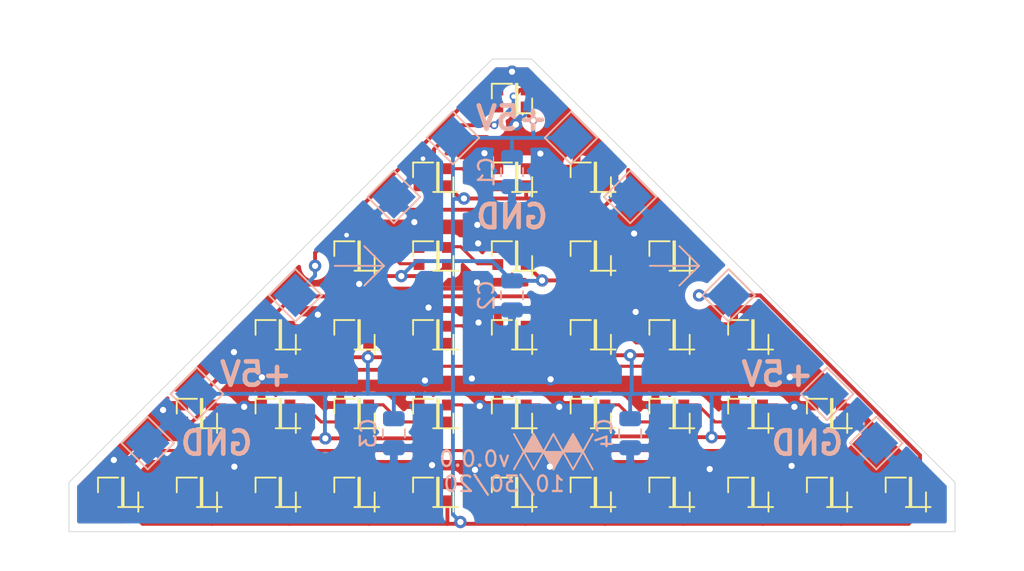
<source format=kicad_pcb>
(kicad_pcb (version 20171130) (host pcbnew "(5.1.6)-1")
  (layers (0 F.Cu signal) (31 B.Cu signal) (34 B.Paste user) (35 F.Paste user) (36 B.SilkS user) (37 F.SilkS user) (38 B.Mask user) (39 F.Mask user) (44 Edge.Cuts user))
  (net 0 "")
  (net 1 +5V)
  (net 2 GND)
  (net 3 DIN)
  (net 4 DOUT)
  (net 5 "Net-(D1-Pad2)")
  (net 6 "Net-(D2-Pad2)")
  (net 7 "Net-(D3-Pad2)")
  (net 8 "Net-(D4-Pad2)")
  (net 9 "Net-(D5-Pad2)")
  (net 10 "Net-(D6-Pad2)")
  (net 11 "Net-(D7-Pad2)")
  (net 12 "Net-(D8-Pad2)")
  (net 13 "Net-(D10-Pad4)")
  (net 14 "Net-(D10-Pad2)")
  (net 15 "Net-(D11-Pad2)")
  (net 16 "Net-(D12-Pad2)")
  (net 17 "Net-(D13-Pad2)")
  (net 18 "Net-(D14-Pad2)")
  (net 19 "Net-(D15-Pad2)")
  (net 20 "Net-(D16-Pad2)")
  (net 21 "Net-(D17-Pad2)")
  (net 22 "Net-(D18-Pad2)")
  (net 23 "Net-(D19-Pad2)")
  (net 24 "Net-(D20-Pad2)")
  (net 25 "Net-(D21-Pad2)")
  (net 26 "Net-(D22-Pad2)")
  (net 27 "Net-(D23-Pad2)")
  (net 28 "Net-(D24-Pad2)")
  (net 29 "Net-(D25-Pad2)")
  (net 30 "Net-(D26-Pad2)")
  (net 31 "Net-(D27-Pad2)")
  (net 32 "Net-(D28-Pad2)")
  (net 33 "Net-(D29-Pad2)")
  (net 34 "Net-(D30-Pad2)")
  (net 35 "Net-(D31-Pad2)")
  (net 36 "Net-(D32-Pad2)")
  (net 37 "Net-(D33-Pad2)")
  (net 38 "Net-(D34-Pad2)")
  (net 39 "Net-(D35-Pad2)")
  (module Symbol:Logo_WM (layer B.Cu) (at 122.047 76.1238)
    (fp_text reference REF** hide)
    (fp_text value Logo_WM)
  )
  (module LED_SMD:LED_WS2812_2020_2.0x2.0mm (layer F.Cu) (at 144.78 78.74)
    (fp_text reference D36 hide)
    (fp_text value WS2812B)
    (pad 2 smd rect (at 0.915 -0.55) (size 0.7 0.7) (layers F.Cu F.Paste F.Mask) (net 4 DOUT))
    (pad 3 smd rect (at -0.915 -0.55) (size 0.7 0.7) (layers F.Cu F.Paste F.Mask) (net 2 GND))
    (pad 4 smd rect (at -0.915 0.55) (size 0.7 0.7) (layers F.Cu F.Paste F.Mask) (net 39 "Net-(D35-Pad2)"))
    (pad 1 smd rect (at 0.915 0.55) (size 0.7 0.7) (layers F.Cu F.Paste F.Mask) (net 1 +5V))
  )
  (module LED_SMD:LED_WS2812_2020_2.0x2.0mm (layer F.Cu) (at 139.7 78.74)
    (fp_text reference D35 hide)
    (fp_text value WS2812B)
    (pad 2 smd rect (at 0.915 -0.55) (size 0.7 0.7) (layers F.Cu F.Paste F.Mask) (net 39 "Net-(D35-Pad2)"))
    (pad 3 smd rect (at -0.915 -0.55) (size 0.7 0.7) (layers F.Cu F.Paste F.Mask) (net 2 GND))
    (pad 4 smd rect (at -0.915 0.55) (size 0.7 0.7) (layers F.Cu F.Paste F.Mask) (net 38 "Net-(D34-Pad2)"))
    (pad 1 smd rect (at 0.915 0.55) (size 0.7 0.7) (layers F.Cu F.Paste F.Mask) (net 1 +5V))
  )
  (module LED_SMD:LED_WS2812_2020_2.0x2.0mm (layer F.Cu) (at 134.62 78.74)
    (fp_text reference D34 hide)
    (fp_text value WS2812B)
    (pad 2 smd rect (at 0.915 -0.55) (size 0.7 0.7) (layers F.Cu F.Paste F.Mask) (net 38 "Net-(D34-Pad2)"))
    (pad 3 smd rect (at -0.915 -0.55) (size 0.7 0.7) (layers F.Cu F.Paste F.Mask) (net 2 GND))
    (pad 4 smd rect (at -0.915 0.55) (size 0.7 0.7) (layers F.Cu F.Paste F.Mask) (net 37 "Net-(D33-Pad2)"))
    (pad 1 smd rect (at 0.915 0.55) (size 0.7 0.7) (layers F.Cu F.Paste F.Mask) (net 1 +5V))
  )
  (module LED_SMD:LED_WS2812_2020_2.0x2.0mm (layer F.Cu) (at 129.54 78.74)
    (fp_text reference D33 hide)
    (fp_text value WS2812B)
    (pad 2 smd rect (at 0.915 -0.55) (size 0.7 0.7) (layers F.Cu F.Paste F.Mask) (net 37 "Net-(D33-Pad2)"))
    (pad 3 smd rect (at -0.915 -0.55) (size 0.7 0.7) (layers F.Cu F.Paste F.Mask) (net 2 GND))
    (pad 4 smd rect (at -0.915 0.55) (size 0.7 0.7) (layers F.Cu F.Paste F.Mask) (net 36 "Net-(D32-Pad2)"))
    (pad 1 smd rect (at 0.915 0.55) (size 0.7 0.7) (layers F.Cu F.Paste F.Mask) (net 1 +5V))
  )
  (module LED_SMD:LED_WS2812_2020_2.0x2.0mm (layer F.Cu) (at 124.46 78.74)
    (fp_text reference D32 hide)
    (fp_text value WS2812B)
    (pad 2 smd rect (at 0.915 -0.55) (size 0.7 0.7) (layers F.Cu F.Paste F.Mask) (net 36 "Net-(D32-Pad2)"))
    (pad 3 smd rect (at -0.915 -0.55) (size 0.7 0.7) (layers F.Cu F.Paste F.Mask) (net 2 GND))
    (pad 4 smd rect (at -0.915 0.55) (size 0.7 0.7) (layers F.Cu F.Paste F.Mask) (net 35 "Net-(D31-Pad2)"))
    (pad 1 smd rect (at 0.915 0.55) (size 0.7 0.7) (layers F.Cu F.Paste F.Mask) (net 1 +5V))
  )
  (module LED_SMD:LED_WS2812_2020_2.0x2.0mm (layer F.Cu) (at 119.38 78.74)
    (fp_text reference D31 hide)
    (fp_text value WS2812B)
    (pad 2 smd rect (at 0.915 -0.55) (size 0.7 0.7) (layers F.Cu F.Paste F.Mask) (net 35 "Net-(D31-Pad2)"))
    (pad 3 smd rect (at -0.915 -0.55) (size 0.7 0.7) (layers F.Cu F.Paste F.Mask) (net 2 GND))
    (pad 4 smd rect (at -0.915 0.55) (size 0.7 0.7) (layers F.Cu F.Paste F.Mask) (net 34 "Net-(D30-Pad2)"))
    (pad 1 smd rect (at 0.915 0.55) (size 0.7 0.7) (layers F.Cu F.Paste F.Mask) (net 1 +5V))
  )
  (module LED_SMD:LED_WS2812_2020_2.0x2.0mm (layer F.Cu) (at 114.3 78.74)
    (fp_text reference D30 hide)
    (fp_text value WS2812B)
    (pad 2 smd rect (at 0.915 -0.55) (size 0.7 0.7) (layers F.Cu F.Paste F.Mask) (net 34 "Net-(D30-Pad2)"))
    (pad 3 smd rect (at -0.915 -0.55) (size 0.7 0.7) (layers F.Cu F.Paste F.Mask) (net 2 GND))
    (pad 4 smd rect (at -0.915 0.55) (size 0.7 0.7) (layers F.Cu F.Paste F.Mask) (net 33 "Net-(D29-Pad2)"))
    (pad 1 smd rect (at 0.915 0.55) (size 0.7 0.7) (layers F.Cu F.Paste F.Mask) (net 1 +5V))
  )
  (module LED_SMD:LED_WS2812_2020_2.0x2.0mm (layer F.Cu) (at 109.22 78.74)
    (fp_text reference D29 hide)
    (fp_text value WS2812B)
    (pad 2 smd rect (at 0.915 -0.55) (size 0.7 0.7) (layers F.Cu F.Paste F.Mask) (net 33 "Net-(D29-Pad2)"))
    (pad 3 smd rect (at -0.915 -0.55) (size 0.7 0.7) (layers F.Cu F.Paste F.Mask) (net 2 GND))
    (pad 4 smd rect (at -0.915 0.55) (size 0.7 0.7) (layers F.Cu F.Paste F.Mask) (net 32 "Net-(D28-Pad2)"))
    (pad 1 smd rect (at 0.915 0.55) (size 0.7 0.7) (layers F.Cu F.Paste F.Mask) (net 1 +5V))
  )
  (module LED_SMD:LED_WS2812_2020_2.0x2.0mm (layer F.Cu) (at 104.14 78.74)
    (fp_text reference D28 hide)
    (fp_text value WS2812B)
    (pad 2 smd rect (at 0.915 -0.55) (size 0.7 0.7) (layers F.Cu F.Paste F.Mask) (net 32 "Net-(D28-Pad2)"))
    (pad 3 smd rect (at -0.915 -0.55) (size 0.7 0.7) (layers F.Cu F.Paste F.Mask) (net 2 GND))
    (pad 4 smd rect (at -0.915 0.55) (size 0.7 0.7) (layers F.Cu F.Paste F.Mask) (net 31 "Net-(D27-Pad2)"))
    (pad 1 smd rect (at 0.915 0.55) (size 0.7 0.7) (layers F.Cu F.Paste F.Mask) (net 1 +5V))
  )
  (module LED_SMD:LED_WS2812_2020_2.0x2.0mm (layer F.Cu) (at 99.06 78.74)
    (fp_text reference D27 hide)
    (fp_text value WS2812B)
    (pad 2 smd rect (at 0.915 -0.55) (size 0.7 0.7) (layers F.Cu F.Paste F.Mask) (net 31 "Net-(D27-Pad2)"))
    (pad 3 smd rect (at -0.915 -0.55) (size 0.7 0.7) (layers F.Cu F.Paste F.Mask) (net 2 GND))
    (pad 4 smd rect (at -0.915 0.55) (size 0.7 0.7) (layers F.Cu F.Paste F.Mask) (net 30 "Net-(D26-Pad2)"))
    (pad 1 smd rect (at 0.915 0.55) (size 0.7 0.7) (layers F.Cu F.Paste F.Mask) (net 1 +5V))
  )
  (module LED_SMD:LED_WS2812_2020_2.0x2.0mm (layer F.Cu) (at 93.98 78.74)
    (fp_text reference D26 hide)
    (fp_text value WS2812B)
    (pad 2 smd rect (at 0.915 -0.55) (size 0.7 0.7) (layers F.Cu F.Paste F.Mask) (net 30 "Net-(D26-Pad2)"))
    (pad 3 smd rect (at -0.915 -0.55) (size 0.7 0.7) (layers F.Cu F.Paste F.Mask) (net 2 GND))
    (pad 4 smd rect (at -0.915 0.55) (size 0.7 0.7) (layers F.Cu F.Paste F.Mask) (net 29 "Net-(D25-Pad2)"))
    (pad 1 smd rect (at 0.915 0.55) (size 0.7 0.7) (layers F.Cu F.Paste F.Mask) (net 1 +5V))
  )
  (module LED_SMD:LED_WS2812_2020_2.0x2.0mm (layer F.Cu) (at 139.7 73.66)
    (fp_text reference D25 hide)
    (fp_text value WS2812B)
    (pad 2 smd rect (at 0.915 -0.55) (size 0.7 0.7) (layers F.Cu F.Paste F.Mask) (net 29 "Net-(D25-Pad2)"))
    (pad 3 smd rect (at -0.915 -0.55) (size 0.7 0.7) (layers F.Cu F.Paste F.Mask) (net 2 GND))
    (pad 4 smd rect (at -0.915 0.55) (size 0.7 0.7) (layers F.Cu F.Paste F.Mask) (net 28 "Net-(D24-Pad2)"))
    (pad 1 smd rect (at 0.915 0.55) (size 0.7 0.7) (layers F.Cu F.Paste F.Mask) (net 1 +5V))
  )
  (module LED_SMD:LED_WS2812_2020_2.0x2.0mm (layer F.Cu) (at 134.62 73.66)
    (fp_text reference D24 hide)
    (fp_text value WS2812B)
    (pad 2 smd rect (at 0.915 -0.55) (size 0.7 0.7) (layers F.Cu F.Paste F.Mask) (net 28 "Net-(D24-Pad2)"))
    (pad 3 smd rect (at -0.915 -0.55) (size 0.7 0.7) (layers F.Cu F.Paste F.Mask) (net 2 GND))
    (pad 4 smd rect (at -0.915 0.55) (size 0.7 0.7) (layers F.Cu F.Paste F.Mask) (net 27 "Net-(D23-Pad2)"))
    (pad 1 smd rect (at 0.915 0.55) (size 0.7 0.7) (layers F.Cu F.Paste F.Mask) (net 1 +5V))
  )
  (module LED_SMD:LED_WS2812_2020_2.0x2.0mm (layer F.Cu) (at 129.54 73.66)
    (fp_text reference D23 hide)
    (fp_text value WS2812B)
    (pad 2 smd rect (at 0.915 -0.55) (size 0.7 0.7) (layers F.Cu F.Paste F.Mask) (net 27 "Net-(D23-Pad2)"))
    (pad 3 smd rect (at -0.915 -0.55) (size 0.7 0.7) (layers F.Cu F.Paste F.Mask) (net 2 GND))
    (pad 4 smd rect (at -0.915 0.55) (size 0.7 0.7) (layers F.Cu F.Paste F.Mask) (net 26 "Net-(D22-Pad2)"))
    (pad 1 smd rect (at 0.915 0.55) (size 0.7 0.7) (layers F.Cu F.Paste F.Mask) (net 1 +5V))
  )
  (module LED_SMD:LED_WS2812_2020_2.0x2.0mm (layer F.Cu) (at 124.46 73.66)
    (fp_text reference D22 hide)
    (fp_text value WS2812B)
    (pad 2 smd rect (at 0.915 -0.55) (size 0.7 0.7) (layers F.Cu F.Paste F.Mask) (net 26 "Net-(D22-Pad2)"))
    (pad 3 smd rect (at -0.915 -0.55) (size 0.7 0.7) (layers F.Cu F.Paste F.Mask) (net 2 GND))
    (pad 4 smd rect (at -0.915 0.55) (size 0.7 0.7) (layers F.Cu F.Paste F.Mask) (net 25 "Net-(D21-Pad2)"))
    (pad 1 smd rect (at 0.915 0.55) (size 0.7 0.7) (layers F.Cu F.Paste F.Mask) (net 1 +5V))
  )
  (module LED_SMD:LED_WS2812_2020_2.0x2.0mm (layer F.Cu) (at 119.38 73.66)
    (fp_text reference D21 hide)
    (fp_text value WS2812B)
    (pad 2 smd rect (at 0.915 -0.55) (size 0.7 0.7) (layers F.Cu F.Paste F.Mask) (net 25 "Net-(D21-Pad2)"))
    (pad 3 smd rect (at -0.915 -0.55) (size 0.7 0.7) (layers F.Cu F.Paste F.Mask) (net 2 GND))
    (pad 4 smd rect (at -0.915 0.55) (size 0.7 0.7) (layers F.Cu F.Paste F.Mask) (net 24 "Net-(D20-Pad2)"))
    (pad 1 smd rect (at 0.915 0.55) (size 0.7 0.7) (layers F.Cu F.Paste F.Mask) (net 1 +5V))
  )
  (module LED_SMD:LED_WS2812_2020_2.0x2.0mm (layer F.Cu) (at 114.3 73.66)
    (fp_text reference D20 hide)
    (fp_text value WS2812B)
    (pad 2 smd rect (at 0.915 -0.55) (size 0.7 0.7) (layers F.Cu F.Paste F.Mask) (net 24 "Net-(D20-Pad2)"))
    (pad 3 smd rect (at -0.915 -0.55) (size 0.7 0.7) (layers F.Cu F.Paste F.Mask) (net 2 GND))
    (pad 4 smd rect (at -0.915 0.55) (size 0.7 0.7) (layers F.Cu F.Paste F.Mask) (net 23 "Net-(D19-Pad2)"))
    (pad 1 smd rect (at 0.915 0.55) (size 0.7 0.7) (layers F.Cu F.Paste F.Mask) (net 1 +5V))
  )
  (module LED_SMD:LED_WS2812_2020_2.0x2.0mm (layer F.Cu) (at 109.22 73.66)
    (fp_text reference D19 hide)
    (fp_text value WS2812B)
    (pad 2 smd rect (at 0.915 -0.55) (size 0.7 0.7) (layers F.Cu F.Paste F.Mask) (net 23 "Net-(D19-Pad2)"))
    (pad 3 smd rect (at -0.915 -0.55) (size 0.7 0.7) (layers F.Cu F.Paste F.Mask) (net 2 GND))
    (pad 4 smd rect (at -0.915 0.55) (size 0.7 0.7) (layers F.Cu F.Paste F.Mask) (net 22 "Net-(D18-Pad2)"))
    (pad 1 smd rect (at 0.915 0.55) (size 0.7 0.7) (layers F.Cu F.Paste F.Mask) (net 1 +5V))
  )
  (module LED_SMD:LED_WS2812_2020_2.0x2.0mm (layer F.Cu) (at 104.14 73.66)
    (fp_text reference D18 hide)
    (fp_text value WS2812B)
    (pad 2 smd rect (at 0.915 -0.55) (size 0.7 0.7) (layers F.Cu F.Paste F.Mask) (net 22 "Net-(D18-Pad2)"))
    (pad 3 smd rect (at -0.915 -0.55) (size 0.7 0.7) (layers F.Cu F.Paste F.Mask) (net 2 GND))
    (pad 4 smd rect (at -0.915 0.55) (size 0.7 0.7) (layers F.Cu F.Paste F.Mask) (net 21 "Net-(D17-Pad2)"))
    (pad 1 smd rect (at 0.915 0.55) (size 0.7 0.7) (layers F.Cu F.Paste F.Mask) (net 1 +5V))
  )
  (module LED_SMD:LED_WS2812_2020_2.0x2.0mm (layer F.Cu) (at 99.06 73.66)
    (fp_text reference D17 hide)
    (fp_text value WS2812B)
    (pad 2 smd rect (at 0.915 -0.55) (size 0.7 0.7) (layers F.Cu F.Paste F.Mask) (net 21 "Net-(D17-Pad2)"))
    (pad 3 smd rect (at -0.915 -0.55) (size 0.7 0.7) (layers F.Cu F.Paste F.Mask) (net 2 GND))
    (pad 4 smd rect (at -0.915 0.55) (size 0.7 0.7) (layers F.Cu F.Paste F.Mask) (net 20 "Net-(D16-Pad2)"))
    (pad 1 smd rect (at 0.915 0.55) (size 0.7 0.7) (layers F.Cu F.Paste F.Mask) (net 1 +5V))
  )
  (module LED_SMD:LED_WS2812_2020_2.0x2.0mm (layer F.Cu) (at 134.62 68.58)
    (fp_text reference D16 hide)
    (fp_text value WS2812B)
    (pad 2 smd rect (at 0.915 -0.55) (size 0.7 0.7) (layers F.Cu F.Paste F.Mask) (net 20 "Net-(D16-Pad2)"))
    (pad 3 smd rect (at -0.915 -0.55) (size 0.7 0.7) (layers F.Cu F.Paste F.Mask) (net 2 GND))
    (pad 4 smd rect (at -0.915 0.55) (size 0.7 0.7) (layers F.Cu F.Paste F.Mask) (net 19 "Net-(D15-Pad2)"))
    (pad 1 smd rect (at 0.915 0.55) (size 0.7 0.7) (layers F.Cu F.Paste F.Mask) (net 1 +5V))
  )
  (module LED_SMD:LED_WS2812_2020_2.0x2.0mm (layer F.Cu) (at 129.54 68.58)
    (fp_text reference D15 hide)
    (fp_text value WS2812B)
    (pad 2 smd rect (at 0.915 -0.55) (size 0.7 0.7) (layers F.Cu F.Paste F.Mask) (net 19 "Net-(D15-Pad2)"))
    (pad 3 smd rect (at -0.915 -0.55) (size 0.7 0.7) (layers F.Cu F.Paste F.Mask) (net 2 GND))
    (pad 4 smd rect (at -0.915 0.55) (size 0.7 0.7) (layers F.Cu F.Paste F.Mask) (net 18 "Net-(D14-Pad2)"))
    (pad 1 smd rect (at 0.915 0.55) (size 0.7 0.7) (layers F.Cu F.Paste F.Mask) (net 1 +5V))
  )
  (module LED_SMD:LED_WS2812_2020_2.0x2.0mm (layer F.Cu) (at 124.46 68.58)
    (fp_text reference D14 hide)
    (fp_text value WS2812B)
    (pad 2 smd rect (at 0.915 -0.55) (size 0.7 0.7) (layers F.Cu F.Paste F.Mask) (net 18 "Net-(D14-Pad2)"))
    (pad 3 smd rect (at -0.915 -0.55) (size 0.7 0.7) (layers F.Cu F.Paste F.Mask) (net 2 GND))
    (pad 4 smd rect (at -0.915 0.55) (size 0.7 0.7) (layers F.Cu F.Paste F.Mask) (net 17 "Net-(D13-Pad2)"))
    (pad 1 smd rect (at 0.915 0.55) (size 0.7 0.7) (layers F.Cu F.Paste F.Mask) (net 1 +5V))
  )
  (module LED_SMD:LED_WS2812_2020_2.0x2.0mm (layer F.Cu) (at 119.38 68.58)
    (fp_text reference D13 hide)
    (fp_text value WS2812B)
    (pad 2 smd rect (at 0.915 -0.55) (size 0.7 0.7) (layers F.Cu F.Paste F.Mask) (net 17 "Net-(D13-Pad2)"))
    (pad 3 smd rect (at -0.915 -0.55) (size 0.7 0.7) (layers F.Cu F.Paste F.Mask) (net 2 GND))
    (pad 4 smd rect (at -0.915 0.55) (size 0.7 0.7) (layers F.Cu F.Paste F.Mask) (net 16 "Net-(D12-Pad2)"))
    (pad 1 smd rect (at 0.915 0.55) (size 0.7 0.7) (layers F.Cu F.Paste F.Mask) (net 1 +5V))
  )
  (module LED_SMD:LED_WS2812_2020_2.0x2.0mm (layer F.Cu) (at 114.3 68.58)
    (fp_text reference D12 hide)
    (fp_text value WS2812B)
    (pad 2 smd rect (at 0.915 -0.55) (size 0.7 0.7) (layers F.Cu F.Paste F.Mask) (net 16 "Net-(D12-Pad2)"))
    (pad 3 smd rect (at -0.915 -0.55) (size 0.7 0.7) (layers F.Cu F.Paste F.Mask) (net 2 GND))
    (pad 4 smd rect (at -0.915 0.55) (size 0.7 0.7) (layers F.Cu F.Paste F.Mask) (net 15 "Net-(D11-Pad2)"))
    (pad 1 smd rect (at 0.915 0.55) (size 0.7 0.7) (layers F.Cu F.Paste F.Mask) (net 1 +5V))
  )
  (module LED_SMD:LED_WS2812_2020_2.0x2.0mm (layer F.Cu) (at 109.22 68.58)
    (fp_text reference D11 hide)
    (fp_text value WS2812B)
    (pad 2 smd rect (at 0.915 -0.55) (size 0.7 0.7) (layers F.Cu F.Paste F.Mask) (net 15 "Net-(D11-Pad2)"))
    (pad 3 smd rect (at -0.915 -0.55) (size 0.7 0.7) (layers F.Cu F.Paste F.Mask) (net 2 GND))
    (pad 4 smd rect (at -0.915 0.55) (size 0.7 0.7) (layers F.Cu F.Paste F.Mask) (net 14 "Net-(D10-Pad2)"))
    (pad 1 smd rect (at 0.915 0.55) (size 0.7 0.7) (layers F.Cu F.Paste F.Mask) (net 1 +5V))
  )
  (module LED_SMD:LED_WS2812_2020_2.0x2.0mm (layer F.Cu) (at 104.14 68.58)
    (fp_text reference D10 hide)
    (fp_text value WS2812B)
    (pad 2 smd rect (at 0.915 -0.55) (size 0.7 0.7) (layers F.Cu F.Paste F.Mask) (net 14 "Net-(D10-Pad2)"))
    (pad 3 smd rect (at -0.915 -0.55) (size 0.7 0.7) (layers F.Cu F.Paste F.Mask) (net 2 GND))
    (pad 4 smd rect (at -0.915 0.55) (size 0.7 0.7) (layers F.Cu F.Paste F.Mask) (net 13 "Net-(D10-Pad4)"))
    (pad 1 smd rect (at 0.915 0.55) (size 0.7 0.7) (layers F.Cu F.Paste F.Mask) (net 1 +5V))
  )
  (module LED_SMD:LED_WS2812_2020_2.0x2.0mm (layer F.Cu) (at 129.54 63.5)
    (fp_text reference D9 hide)
    (fp_text value WS2812B)
    (pad 2 smd rect (at 0.915 -0.55) (size 0.7 0.7) (layers F.Cu F.Paste F.Mask) (net 13 "Net-(D10-Pad4)"))
    (pad 3 smd rect (at -0.915 -0.55) (size 0.7 0.7) (layers F.Cu F.Paste F.Mask) (net 2 GND))
    (pad 4 smd rect (at -0.915 0.55) (size 0.7 0.7) (layers F.Cu F.Paste F.Mask) (net 12 "Net-(D8-Pad2)"))
    (pad 1 smd rect (at 0.915 0.55) (size 0.7 0.7) (layers F.Cu F.Paste F.Mask) (net 1 +5V))
  )
  (module LED_SMD:LED_WS2812_2020_2.0x2.0mm (layer F.Cu) (at 124.46 63.5)
    (fp_text reference D8 hide)
    (fp_text value WS2812B)
    (pad 2 smd rect (at 0.915 -0.55) (size 0.7 0.7) (layers F.Cu F.Paste F.Mask) (net 12 "Net-(D8-Pad2)"))
    (pad 3 smd rect (at -0.915 -0.55) (size 0.7 0.7) (layers F.Cu F.Paste F.Mask) (net 2 GND))
    (pad 4 smd rect (at -0.915 0.55) (size 0.7 0.7) (layers F.Cu F.Paste F.Mask) (net 11 "Net-(D7-Pad2)"))
    (pad 1 smd rect (at 0.915 0.55) (size 0.7 0.7) (layers F.Cu F.Paste F.Mask) (net 1 +5V))
  )
  (module LED_SMD:LED_WS2812_2020_2.0x2.0mm (layer F.Cu) (at 119.38 63.5)
    (fp_text reference D7 hide)
    (fp_text value WS2812B)
    (pad 2 smd rect (at 0.915 -0.55) (size 0.7 0.7) (layers F.Cu F.Paste F.Mask) (net 11 "Net-(D7-Pad2)"))
    (pad 3 smd rect (at -0.915 -0.55) (size 0.7 0.7) (layers F.Cu F.Paste F.Mask) (net 2 GND))
    (pad 4 smd rect (at -0.915 0.55) (size 0.7 0.7) (layers F.Cu F.Paste F.Mask) (net 10 "Net-(D6-Pad2)"))
    (pad 1 smd rect (at 0.915 0.55) (size 0.7 0.7) (layers F.Cu F.Paste F.Mask) (net 1 +5V))
  )
  (module LED_SMD:LED_WS2812_2020_2.0x2.0mm (layer F.Cu) (at 114.3 63.5)
    (fp_text reference D6 hide)
    (fp_text value WS2812B)
    (pad 2 smd rect (at 0.915 -0.55) (size 0.7 0.7) (layers F.Cu F.Paste F.Mask) (net 10 "Net-(D6-Pad2)"))
    (pad 3 smd rect (at -0.915 -0.55) (size 0.7 0.7) (layers F.Cu F.Paste F.Mask) (net 2 GND))
    (pad 4 smd rect (at -0.915 0.55) (size 0.7 0.7) (layers F.Cu F.Paste F.Mask) (net 9 "Net-(D5-Pad2)"))
    (pad 1 smd rect (at 0.915 0.55) (size 0.7 0.7) (layers F.Cu F.Paste F.Mask) (net 1 +5V))
  )
  (module LED_SMD:LED_WS2812_2020_2.0x2.0mm (layer F.Cu) (at 109.22 63.5)
    (fp_text reference D5 hide)
    (fp_text value WS2812B)
    (pad 2 smd rect (at 0.915 -0.55) (size 0.7 0.7) (layers F.Cu F.Paste F.Mask) (net 9 "Net-(D5-Pad2)"))
    (pad 3 smd rect (at -0.915 -0.55) (size 0.7 0.7) (layers F.Cu F.Paste F.Mask) (net 2 GND))
    (pad 4 smd rect (at -0.915 0.55) (size 0.7 0.7) (layers F.Cu F.Paste F.Mask) (net 8 "Net-(D4-Pad2)"))
    (pad 1 smd rect (at 0.915 0.55) (size 0.7 0.7) (layers F.Cu F.Paste F.Mask) (net 1 +5V))
  )
  (module LED_SMD:LED_WS2812_2020_2.0x2.0mm (layer F.Cu) (at 124.46 58.42)
    (fp_text reference D4 hide)
    (fp_text value WS2812B)
    (pad 2 smd rect (at 0.915 -0.55) (size 0.7 0.7) (layers F.Cu F.Paste F.Mask) (net 8 "Net-(D4-Pad2)"))
    (pad 3 smd rect (at -0.915 -0.55) (size 0.7 0.7) (layers F.Cu F.Paste F.Mask) (net 2 GND))
    (pad 4 smd rect (at -0.915 0.55) (size 0.7 0.7) (layers F.Cu F.Paste F.Mask) (net 7 "Net-(D3-Pad2)"))
    (pad 1 smd rect (at 0.915 0.55) (size 0.7 0.7) (layers F.Cu F.Paste F.Mask) (net 1 +5V))
  )
  (module LED_SMD:LED_WS2812_2020_2.0x2.0mm (layer F.Cu) (at 119.38 58.42)
    (fp_text reference D3 hide)
    (fp_text value WS2812B)
    (pad 2 smd rect (at 0.915 -0.55) (size 0.7 0.7) (layers F.Cu F.Paste F.Mask) (net 7 "Net-(D3-Pad2)"))
    (pad 3 smd rect (at -0.915 -0.55) (size 0.7 0.7) (layers F.Cu F.Paste F.Mask) (net 2 GND))
    (pad 4 smd rect (at -0.915 0.55) (size 0.7 0.7) (layers F.Cu F.Paste F.Mask) (net 6 "Net-(D2-Pad2)"))
    (pad 1 smd rect (at 0.915 0.55) (size 0.7 0.7) (layers F.Cu F.Paste F.Mask) (net 1 +5V))
  )
  (module LED_SMD:LED_WS2812_2020_2.0x2.0mm (layer F.Cu) (at 114.3 58.42)
    (fp_text reference D2 hide)
    (fp_text value WS2812B)
    (pad 2 smd rect (at 0.915 -0.55) (size 0.7 0.7) (layers F.Cu F.Paste F.Mask) (net 6 "Net-(D2-Pad2)"))
    (pad 3 smd rect (at -0.915 -0.55) (size 0.7 0.7) (layers F.Cu F.Paste F.Mask) (net 2 GND))
    (pad 4 smd rect (at -0.915 0.55) (size 0.7 0.7) (layers F.Cu F.Paste F.Mask) (net 5 "Net-(D1-Pad2)"))
    (pad 1 smd rect (at 0.915 0.55) (size 0.7 0.7) (layers F.Cu F.Paste F.Mask) (net 1 +5V))
  )
  (module LED_SMD:LED_WS2812_2020_2.0x2.0mm (layer F.Cu) (at 119.38 53.34)
    (fp_text reference D1 hide)
    (fp_text value WS2812B)
    (pad 2 smd rect (at 0.915 -0.55) (size 0.7 0.7) (layers F.Cu F.Paste F.Mask) (net 5 "Net-(D1-Pad2)"))
    (pad 3 smd rect (at -0.915 -0.55) (size 0.7 0.7) (layers F.Cu F.Paste F.Mask) (net 2 GND))
    (pad 4 smd rect (at -0.915 0.55) (size 0.7 0.7) (layers F.Cu F.Paste F.Mask) (net 3 DIN))
    (pad 1 smd rect (at 0.915 0.55) (size 0.7 0.7) (layers F.Cu F.Paste F.Mask) (net 1 +5V))
  )
  (module Capacitor_SMD:C_0805_2012Metric (layer B.Cu) (at 127 74.93 270)
    (fp_text reference C4 (at 0 1.65 90) (layer B.SilkS) (effects (justify mirror)))
    (fp_text value 0.1uF)
    (pad 2 smd roundrect (at 0.9375 0 270) (size 0.975 1.4) (layers B.Cu B.Paste B.Mask) (net 2 GND))
    (pad 1 smd roundrect (at -0.9375 0 270) (size 0.975 1.4) (layers B.Cu B.Paste B.Mask) (net 1 +5V))
  )
  (module Capacitor_SMD:C_0805_2012Metric (layer B.Cu) (at 111.76 74.93 270)
    (fp_text reference C3 (at 0 1.65 90) (layer B.SilkS) (effects (justify mirror)))
    (fp_text value 0.1uF)
    (pad 2 smd roundrect (at 0.9375 0 270) (size 0.975 1.4) (layers B.Cu B.Paste B.Mask) (net 2 GND))
    (pad 1 smd roundrect (at -0.9375 0 270) (size 0.975 1.4) (layers B.Cu B.Paste B.Mask) (net 1 +5V))
  )
  (module Capacitor_SMD:C_0805_2012Metric (layer B.Cu) (at 119.38 66.04 270)
    (fp_text reference C2 (at 0 1.65 90) (layer B.SilkS) (effects (justify mirror)))
    (fp_text value 0.1uF)
    (pad 2 smd roundrect (at 0.9375 0 270) (size 0.975 1.4) (layers B.Cu B.Paste B.Mask) (net 2 GND))
    (pad 1 smd roundrect (at -0.9375 0 270) (size 0.975 1.4) (layers B.Cu B.Paste B.Mask) (net 1 +5V))
  )
  (module Capacitor_SMD:C_0805_2012Metric (layer B.Cu) (at 119.38 58.0875 270)
    (fp_text reference C1 (at 0 1.65 90) (layer B.SilkS) (effects (justify mirror)))
    (fp_text value 0.1uF)
    (pad 2 smd roundrect (at 0.9375 0 270) (size 0.975 1.4) (layers B.Cu B.Paste B.Mask) (net 2 GND))
    (pad 1 smd roundrect (at -0.9375 0 270) (size 0.975 1.4) (layers B.Cu B.Paste B.Mask) (net 1 +5V))
  )
  (module TestPoint:TestPoint_Pad_2.0x2.0mm (layer B.Cu) (at 142.875 75.565 135)
    (fp_text reference BR10 hide)
    (fp_text value Bridge_GND)
    (pad 1 smd rect (at 0 0 135) (size 2 2) (layers B.Cu B.Mask) (net 2 GND))
  )
  (module TestPoint:TestPoint_Pad_2.0x2.0mm (layer B.Cu) (at 95.885 75.565 225)
    (fp_text reference BR9 hide)
    (fp_text value Bridge_GND)
    (pad 1 smd rect (at 0 0 225) (size 2 2) (layers B.Cu B.Mask) (net 2 GND))
  )
  (module TestPoint:TestPoint_Pad_2.0x2.0mm (layer B.Cu) (at 139.7 72.39 135)
    (fp_text reference BR8 hide)
    (fp_text value Bridge_5V)
    (pad 1 smd rect (at 0 0 135) (size 2 2) (layers B.Cu B.Mask) (net 1 +5V))
  )
  (module TestPoint:TestPoint_Pad_2.0x2.0mm (layer B.Cu) (at 99.06 72.39 225)
    (fp_text reference BR7 hide)
    (fp_text value Bridge_5V)
    (pad 1 smd rect (at 0 0 225) (size 2 2) (layers B.Cu B.Mask) (net 1 +5V))
  )
  (module TestPoint:TestPoint_Pad_2.0x2.0mm (layer B.Cu) (at 133.35 66.04 135)
    (fp_text reference BR6 hide)
    (fp_text value Bridge_DOUT)
    (pad 1 smd rect (at 0 0 135) (size 2 2) (layers B.Cu B.Mask) (net 4 DOUT))
  )
  (module TestPoint:TestPoint_Pad_2.0x2.0mm (layer B.Cu) (at 105.41 66.04 225)
    (fp_text reference BR5 hide)
    (fp_text value Bridge_DIN)
    (pad 1 smd rect (at 0 0 225) (size 2 2) (layers B.Cu B.Mask) (net 3 DIN))
  )
  (module TestPoint:TestPoint_Pad_2.0x2.0mm (layer B.Cu) (at 127 59.69 135)
    (fp_text reference BR4 hide)
    (fp_text value Bridge_GND)
    (pad 1 smd rect (at 0 0 135) (size 2 2) (layers B.Cu B.Mask) (net 2 GND))
  )
  (module TestPoint:TestPoint_Pad_2.0x2.0mm (layer B.Cu) (at 111.76 59.69 225)
    (fp_text reference BR3 hide)
    (fp_text value Bridge_GND)
    (pad 1 smd rect (at 0 0 225) (size 2 2) (layers B.Cu B.Mask) (net 2 GND))
  )
  (module TestPoint:TestPoint_Pad_2.0x2.0mm (layer B.Cu) (at 123.19 55.88 135)
    (fp_text reference BR2 hide)
    (fp_text value Bridge_5V)
    (pad 1 smd rect (at 0 0 135) (size 2 2) (layers B.Cu B.Mask) (net 1 +5V))
  )
  (module TestPoint:TestPoint_Pad_2.0x2.0mm (layer B.Cu) (at 115.57 55.88 225)
    (fp_text reference BR1 hide)
    (fp_text value Bridge_5V)
    (pad 1 smd rect (at 0 0 225) (size 2 2) (layers B.Cu B.Mask) (net 1 +5V))
  )
  (gr_text +5V (at 136.4996 71.12) (layer B.SilkS) (effects (font (size 1.5 1.5) (thickness 0.3)) (justify mirror)))
  (gr_text GND (at 138.43 75.565) (layer B.SilkS) (effects (font (size 1.5 1.5) (thickness 0.3)) (justify mirror)))
  (gr_line (start 118.11 50.8) (end 120.65 50.8) (layer Edge.Cuts) (width 0.05))
  (gr_line (start 147.955 81.28) (end 147.955 78.105) (layer Edge.Cuts) (width 0.05))
  (gr_line (start 90.805 78.105) (end 90.805 81.28) (layer Edge.Cuts) (width 0.05))
  (gr_line (start 131.445 64.135) (end 130.175 62.865) (layer B.SilkS) (width 0.12))
  (gr_line (start 131.445 64.135) (end 130.175 65.405) (layer B.SilkS) (width 0.12))
  (gr_line (start 128.27 64.135) (end 131.445 64.135) (layer B.SilkS) (width 0.12))
  (gr_line (start 111.125 64.135) (end 109.855 65.405) (layer B.SilkS) (width 0.12))
  (gr_line (start 111.125 64.135) (end 109.855 62.865) (layer B.SilkS) (width 0.12))
  (gr_line (start 107.95 64.135) (end 111.125 64.135) (layer B.SilkS) (width 0.12))
  (gr_text +5V (at 119.38 54.61) (layer B.SilkS) (effects (font (size 1.5 1.5) (thickness 0.3)) (justify mirror)))
  (gr_text GND (at 119.38 60.96) (layer B.SilkS) (effects (font (size 1.5 1.5) (thickness 0.3)) (justify mirror)))
  (gr_text GND (at 100.33 75.565) (layer B.SilkS) (effects (font (size 1.5 1.5) (thickness 0.3)) (justify mirror)))
  (gr_text +5V (at 102.87 71.12) (layer B.SilkS) (effects (font (size 1.5 1.5) (thickness 0.3)) (justify mirror)))
  (gr_text "     v0.0.0\n10/30/20" (at 118.872 77.3938) (layer B.SilkS) (effects (font (size 1 1)) (justify mirror)))
  (gr_line (start 90.805 81.28) (end 147.955 81.28) (layer Edge.Cuts) (width 0.05))
  (gr_line (start 118.11 50.8) (end 90.805 78.105) (layer Edge.Cuts) (width 0.05))
  (gr_line (start 120.65 50.8) (end 147.955 78.105) (layer Edge.Cuts) (width 0.05))
  (segment (start 119.38 57.15) (end 119.38 55.88) (width 0.25) (layer B.Cu) (net 1))
  (segment (start 111.76 73.9925) (end 111.76 72.39) (width 0.25) (layer B.Cu) (net 1))
  (segment (start 127 73.9925) (end 127 72.39) (width 0.25) (layer B.Cu) (net 1))
  (via (at 120.7516 54.7624) (size 0.51) (drill 0.3) (layers F.Cu B.Cu) (net 1))
  (segment (start 120.295 53.89) (end 120.295 54.3058) (width 0.25) (layer F.Cu) (net 1))
  (segment (start 120.295 54.3058) (end 120.7516 54.7624) (width 0.25) (layer F.Cu) (net 1))
  (segment (start 120.7516 55.8546) (end 120.777 55.88) (width 0.25) (layer B.Cu) (net 1))
  (segment (start 120.7516 54.7624) (end 120.7516 55.8546) (width 0.25) (layer B.Cu) (net 1))
  (segment (start 115.57 55.88) (end 120.777 55.88) (width 0.25) (layer B.Cu) (net 1))
  (segment (start 120.777 55.88) (end 123.19 55.88) (width 0.25) (layer B.Cu) (net 1))
  (segment (start 115.57 72.3392) (end 115.6208 72.39) (width 0.25) (layer B.Cu) (net 1))
  (segment (start 111.76 72.39) (end 115.6208 72.39) (width 0.25) (layer B.Cu) (net 1))
  (segment (start 119.38 65.1025) (end 118.1077 63.8302) (width 0.25) (layer B.Cu) (net 1))
  (segment (start 118.1077 63.8302) (end 115.57 63.8302) (width 0.25) (layer B.Cu) (net 1))
  (segment (start 115.57 63.8302) (end 115.57 72.3392) (width 0.25) (layer B.Cu) (net 1))
  (segment (start 94.895 79.29) (end 94.895 80.1122) (width 0.25) (layer F.Cu) (net 1))
  (segment (start 94.895 80.1122) (end 95.5548 80.772) (width 0.25) (layer F.Cu) (net 1))
  (segment (start 145.695 80.0348) (end 145.695 79.29) (width 0.25) (layer F.Cu) (net 1))
  (segment (start 144.9578 80.772) (end 145.695 80.0348) (width 0.25) (layer F.Cu) (net 1))
  (segment (start 140.615 80.7714) (end 140.6144 80.772) (width 0.25) (layer F.Cu) (net 1))
  (segment (start 140.615 79.29) (end 140.615 80.7714) (width 0.25) (layer F.Cu) (net 1))
  (segment (start 140.6144 80.772) (end 144.9578 80.772) (width 0.25) (layer F.Cu) (net 1))
  (segment (start 135.535 80.7472) (end 135.5598 80.772) (width 0.25) (layer F.Cu) (net 1))
  (segment (start 135.535 79.29) (end 135.535 80.7472) (width 0.25) (layer F.Cu) (net 1))
  (segment (start 135.5598 80.772) (end 140.6144 80.772) (width 0.25) (layer F.Cu) (net 1))
  (segment (start 130.455 80.746) (end 130.429 80.772) (width 0.25) (layer F.Cu) (net 1))
  (segment (start 130.455 79.29) (end 130.455 80.746) (width 0.25) (layer F.Cu) (net 1))
  (segment (start 130.429 80.772) (end 135.5598 80.772) (width 0.25) (layer F.Cu) (net 1))
  (segment (start 125.375 80.7714) (end 125.3744 80.772) (width 0.25) (layer F.Cu) (net 1))
  (segment (start 125.375 79.29) (end 125.375 80.7714) (width 0.25) (layer F.Cu) (net 1))
  (segment (start 125.3744 80.772) (end 130.429 80.772) (width 0.25) (layer F.Cu) (net 1))
  (segment (start 120.295 80.7206) (end 120.2436 80.772) (width 0.25) (layer F.Cu) (net 1))
  (segment (start 120.295 79.29) (end 120.295 80.7206) (width 0.25) (layer F.Cu) (net 1))
  (segment (start 120.2436 80.772) (end 125.3744 80.772) (width 0.25) (layer F.Cu) (net 1))
  (segment (start 115.215 80.7714) (end 115.2144 80.772) (width 0.25) (layer F.Cu) (net 1))
  (segment (start 115.215 79.29) (end 115.215 80.7714) (width 0.25) (layer F.Cu) (net 1))
  (segment (start 115.2144 80.772) (end 120.2436 80.772) (width 0.25) (layer F.Cu) (net 1))
  (segment (start 110.135 80.7472) (end 110.1598 80.772) (width 0.25) (layer F.Cu) (net 1))
  (segment (start 110.135 79.29) (end 110.135 80.7472) (width 0.25) (layer F.Cu) (net 1))
  (segment (start 110.1598 80.772) (end 115.2144 80.772) (width 0.25) (layer F.Cu) (net 1))
  (segment (start 105.055 80.746) (end 105.029 80.772) (width 0.25) (layer F.Cu) (net 1))
  (segment (start 105.055 79.29) (end 105.055 80.746) (width 0.25) (layer F.Cu) (net 1))
  (segment (start 105.029 80.772) (end 110.1598 80.772) (width 0.25) (layer F.Cu) (net 1))
  (segment (start 99.975 79.29) (end 99.975 80.7218) (width 0.25) (layer F.Cu) (net 1))
  (segment (start 95.5548 80.772) (end 100.0252 80.772) (width 0.25) (layer F.Cu) (net 1))
  (segment (start 99.975 80.7218) (end 100.0252 80.772) (width 0.25) (layer F.Cu) (net 1))
  (segment (start 100.0252 80.772) (end 105.029 80.772) (width 0.25) (layer F.Cu) (net 1))
  (segment (start 115.57 72.3392) (end 115.57 80.1724) (width 0.25) (layer B.Cu) (net 1))
  (via (at 116.0526 80.655) (size 0.8) (drill 0.4) (layers F.Cu B.Cu) (net 1))
  (segment (start 115.57 80.1724) (end 116.0526 80.655) (width 0.25) (layer B.Cu) (net 1))
  (segment (start 140.615 74.21) (end 140.615 74.523) (width 0.25) (layer F.Cu) (net 1))
  (segment (start 140.615 74.523) (end 139.954 75.184) (width 0.25) (layer F.Cu) (net 1))
  (segment (start 130.455 75.1338) (end 130.5052 75.184) (width 0.25) (layer F.Cu) (net 1))
  (segment (start 130.455 74.21) (end 130.455 75.1338) (width 0.25) (layer F.Cu) (net 1))
  (segment (start 135.535 74.21) (end 135.535 75.1338) (width 0.25) (layer F.Cu) (net 1))
  (segment (start 139.954 75.184) (end 135.5852 75.184) (width 0.25) (layer F.Cu) (net 1))
  (segment (start 135.535 75.1338) (end 135.5852 75.184) (width 0.25) (layer F.Cu) (net 1))
  (via (at 132.2578 75.184) (size 0.8) (drill 0.4) (layers F.Cu B.Cu) (net 1))
  (segment (start 132.2578 75.184) (end 130.5052 75.184) (width 0.25) (layer F.Cu) (net 1))
  (segment (start 132.2578 72.39) (end 139.7 72.39) (width 0.25) (layer B.Cu) (net 1))
  (segment (start 132.2578 72.39) (end 132.2578 75.184) (width 0.25) (layer B.Cu) (net 1))
  (segment (start 135.5852 75.184) (end 132.2578 75.184) (width 0.25) (layer F.Cu) (net 1))
  (segment (start 99.975 74.21) (end 99.975 74.702) (width 0.25) (layer F.Cu) (net 1))
  (segment (start 99.975 74.702) (end 100.5332 75.2602) (width 0.25) (layer F.Cu) (net 1))
  (segment (start 113.633398 75.2602) (end 114.683598 74.21) (width 0.25) (layer F.Cu) (net 1))
  (segment (start 114.683598 74.21) (end 115.215 74.21) (width 0.25) (layer F.Cu) (net 1))
  (segment (start 110.135 75.1834) (end 110.0582 75.2602) (width 0.25) (layer F.Cu) (net 1))
  (segment (start 110.135 74.21) (end 110.135 75.1834) (width 0.25) (layer F.Cu) (net 1))
  (segment (start 110.0582 75.2602) (end 113.633398 75.2602) (width 0.25) (layer F.Cu) (net 1))
  (segment (start 105.055 75.1084) (end 105.2068 75.2602) (width 0.25) (layer F.Cu) (net 1))
  (segment (start 105.055 74.21) (end 105.055 75.1084) (width 0.25) (layer F.Cu) (net 1))
  (segment (start 100.5332 75.2602) (end 105.2068 75.2602) (width 0.25) (layer F.Cu) (net 1))
  (segment (start 107.315 75.2348) (end 107.3404 75.2602) (width 0.25) (layer B.Cu) (net 1))
  (segment (start 107.315 72.39) (end 107.315 75.2348) (width 0.25) (layer B.Cu) (net 1))
  (via (at 107.3404 75.2602) (size 0.8) (drill 0.4) (layers F.Cu B.Cu) (net 1))
  (segment (start 99.06 72.39) (end 107.315 72.39) (width 0.25) (layer B.Cu) (net 1))
  (segment (start 105.2068 75.2602) (end 107.3404 75.2602) (width 0.25) (layer F.Cu) (net 1))
  (segment (start 107.3404 75.2602) (end 110.0582 75.2602) (width 0.25) (layer F.Cu) (net 1))
  (segment (start 105.055 69.13) (end 105.055 69.495) (width 0.25) (layer F.Cu) (net 1))
  (segment (start 105.055 69.495) (end 105.5878 70.0278) (width 0.25) (layer F.Cu) (net 1))
  (segment (start 114.3172 70.0278) (end 115.215 69.13) (width 0.25) (layer F.Cu) (net 1))
  (segment (start 110.135 69.9764) (end 110.0836 70.0278) (width 0.25) (layer F.Cu) (net 1))
  (segment (start 110.135 69.13) (end 110.135 69.9764) (width 0.25) (layer F.Cu) (net 1))
  (segment (start 105.5878 70.0278) (end 110.0836 70.0278) (width 0.25) (layer F.Cu) (net 1))
  (segment (start 110.0836 70.0278) (end 114.3172 70.0278) (width 0.25) (layer F.Cu) (net 1))
  (segment (start 134.7642 69.9008) (end 135.535 69.13) (width 0.25) (layer F.Cu) (net 1))
  (segment (start 120.295 69.13) (end 121.638002 69.13) (width 0.25) (layer F.Cu) (net 1))
  (segment (start 121.638002 69.13) (end 122.408802 69.9008) (width 0.25) (layer F.Cu) (net 1))
  (segment (start 130.455 69.8494) (end 130.4036 69.9008) (width 0.25) (layer F.Cu) (net 1))
  (segment (start 130.455 69.13) (end 130.455 69.8494) (width 0.25) (layer F.Cu) (net 1))
  (segment (start 130.4036 69.9008) (end 134.7642 69.9008) (width 0.25) (layer F.Cu) (net 1))
  (segment (start 125.375 69.8506) (end 125.4252 69.9008) (width 0.25) (layer F.Cu) (net 1))
  (segment (start 125.375 69.13) (end 125.375 69.8506) (width 0.25) (layer F.Cu) (net 1))
  (segment (start 122.408802 69.9008) (end 125.4252 69.9008) (width 0.25) (layer F.Cu) (net 1))
  (via (at 127 69.9008) (size 0.8) (drill 0.4) (layers F.Cu B.Cu) (net 1))
  (segment (start 127.1016 70.0024) (end 127 69.9008) (width 0.25) (layer B.Cu) (net 1))
  (segment (start 127.1016 72.39) (end 127.1016 70.0024) (width 0.25) (layer B.Cu) (net 1))
  (segment (start 115.6208 72.39) (end 127.1016 72.39) (width 0.25) (layer B.Cu) (net 1))
  (segment (start 127.1016 72.39) (end 132.2578 72.39) (width 0.25) (layer B.Cu) (net 1))
  (segment (start 125.4252 69.9008) (end 127 69.9008) (width 0.25) (layer F.Cu) (net 1))
  (segment (start 127 69.9008) (end 130.4036 69.9008) (width 0.25) (layer F.Cu) (net 1))
  (segment (start 110.0836 72.39) (end 110.0836 70.0278) (width 0.25) (layer B.Cu) (net 1))
  (segment (start 110.0836 72.39) (end 111.76 72.39) (width 0.25) (layer B.Cu) (net 1))
  (via (at 110.0836 70.0278) (size 0.8) (drill 0.4) (layers F.Cu B.Cu) (net 1))
  (segment (start 107.315 72.39) (end 110.0836 72.39) (width 0.25) (layer B.Cu) (net 1))
  (segment (start 130.455 64.05) (end 129.4302 65.0748) (width 0.25) (layer F.Cu) (net 1))
  (segment (start 121.3198 65.0748) (end 120.295 64.05) (width 0.25) (layer F.Cu) (net 1))
  (segment (start 125.375 65.0488) (end 125.349 65.0748) (width 0.25) (layer F.Cu) (net 1))
  (segment (start 125.375 64.05) (end 125.375 65.0488) (width 0.25) (layer F.Cu) (net 1))
  (segment (start 129.4302 65.0748) (end 125.349 65.0748) (width 0.25) (layer F.Cu) (net 1))
  (segment (start 125.349 65.0748) (end 121.3198 65.0748) (width 0.25) (layer F.Cu) (net 1))
  (segment (start 110.135 64.05) (end 110.8804 64.7954) (width 0.25) (layer F.Cu) (net 1))
  (segment (start 114.4696 64.7954) (end 115.215 64.05) (width 0.25) (layer F.Cu) (net 1))
  (segment (start 113.2078 63.8302) (end 112.2426 64.7954) (width 0.25) (layer B.Cu) (net 1))
  (segment (start 115.57 63.8302) (end 113.2078 63.8302) (width 0.25) (layer B.Cu) (net 1))
  (via (at 112.2426 64.7954) (size 0.8) (drill 0.4) (layers F.Cu B.Cu) (net 1))
  (segment (start 110.8804 64.7954) (end 112.2426 64.7954) (width 0.25) (layer F.Cu) (net 1))
  (segment (start 112.2426 64.7954) (end 114.4696 64.7954) (width 0.25) (layer F.Cu) (net 1))
  (via (at 121.3198 65.0748) (size 0.8) (drill 0.4) (layers F.Cu B.Cu) (net 1))
  (segment (start 119.38 65.1025) (end 121.2921 65.1025) (width 0.25) (layer B.Cu) (net 1))
  (segment (start 121.2921 65.1025) (end 121.3198 65.0748) (width 0.25) (layer B.Cu) (net 1))
  (segment (start 115.215 58.97) (end 116.0366 59.7916) (width 0.25) (layer F.Cu) (net 1))
  (segment (start 124.5534 59.7916) (end 125.375 58.97) (width 0.25) (layer F.Cu) (net 1))
  (segment (start 120.295 59.716) (end 120.3706 59.7916) (width 0.25) (layer F.Cu) (net 1))
  (segment (start 120.295 58.97) (end 120.295 59.716) (width 0.25) (layer F.Cu) (net 1))
  (segment (start 120.3706 59.7916) (end 124.5534 59.7916) (width 0.25) (layer F.Cu) (net 1))
  (segment (start 116.2558 59.817) (end 116.2812 59.7916) (width 0.25) (layer B.Cu) (net 1))
  (segment (start 115.57 55.88) (end 115.57 59.817) (width 0.25) (layer B.Cu) (net 1))
  (segment (start 115.57 59.817) (end 115.57 63.8302) (width 0.25) (layer B.Cu) (net 1))
  (segment (start 116.0366 59.7916) (end 116.2812 59.7916) (width 0.25) (layer F.Cu) (net 1))
  (via (at 116.2812 59.7916) (size 0.8) (drill 0.4) (layers F.Cu B.Cu) (net 1))
  (segment (start 115.57 59.817) (end 116.2558 59.817) (width 0.25) (layer B.Cu) (net 1))
  (segment (start 116.2812 59.7916) (end 120.3706 59.7916) (width 0.25) (layer F.Cu) (net 1))
  (segment (start 121.638002 74.21) (end 120.295 74.21) (width 0.25) (layer F.Cu) (net 1))
  (segment (start 122.561802 75.1338) (end 121.638002 74.21) (width 0.25) (layer F.Cu) (net 1))
  (segment (start 125.375 74.21) (end 125.375 75.1084) (width 0.25) (layer F.Cu) (net 1))
  (segment (start 125.375 75.1084) (end 125.3496 75.1338) (width 0.25) (layer F.Cu) (net 1))
  (segment (start 130.455 75.1338) (end 125.3496 75.1338) (width 0.25) (layer F.Cu) (net 1))
  (segment (start 125.3496 75.1338) (end 122.561802 75.1338) (width 0.25) (layer F.Cu) (net 1))
  (via (at 121.8692 71.4502) (size 0.8) (drill 0.4) (layers F.Cu B.Cu) (net 2))
  (via (at 116.7892 71.3994) (size 0.8) (drill 0.4) (layers F.Cu B.Cu) (net 2))
  (via (at 116.9924 77.2922) (size 0.8) (drill 0.4) (layers F.Cu B.Cu) (net 2))
  (via (at 121.8184 77.089) (size 0.8) (drill 0.4) (layers F.Cu B.Cu) (net 2))
  (via (at 121.2088 56.896) (size 0.8) (drill 0.4) (layers F.Cu B.Cu) (net 2))
  (via (at 117.602 56.8706) (size 0.8) (drill 0.4) (layers F.Cu B.Cu) (net 2))
  (via (at 119.38 51.6128) (size 0.8) (drill 0.4) (layers F.Cu B.Cu) (net 2))
  (via (at 119.634 55.0164) (size 0.8) (drill 0.4) (layers F.Cu B.Cu) (net 2))
  (via (at 117.1448 61.4934) (size 0.8) (drill 0.4) (layers F.Cu B.Cu) (net 2))
  (via (at 117.1956 62.6872) (size 0.8) (drill 0.4) (layers F.Cu B.Cu) (net 2))
  (via (at 117.221 67.7926) (size 0.8) (drill 0.4) (layers F.Cu B.Cu) (net 2))
  (via (at 113.0808 61.3156) (size 0.8) (drill 0.4) (layers F.Cu B.Cu) (net 2))
  (via (at 113.9952 66.8274) (size 0.8) (drill 0.4) (layers F.Cu B.Cu) (net 2))
  (via (at 113.7666 71.5264) (size 0.8) (drill 0.4) (layers F.Cu B.Cu) (net 2))
  (via (at 114.2238 76.9874) (size 0.8) (drill 0.4) (layers F.Cu B.Cu) (net 2))
  (segment (start 120.4976 52.5526) (end 119.38 51.435) (width 0.25) (layer B.Cu) (net 2))
  (segment (start 120.4976 54.1274) (end 120.4976 52.5526) (width 0.25) (layer B.Cu) (net 2))
  (via (at 108.712 62.1538) (size 0.51) (drill 0.3) (layers F.Cu B.Cu) (net 2))
  (segment (start 108.305 62.95) (end 108.305 62.5608) (width 0.25) (layer F.Cu) (net 2))
  (segment (start 108.305 62.5608) (end 108.712 62.1538) (width 0.25) (layer F.Cu) (net 2))
  (via (at 113.6396 57.2262) (size 0.51) (drill 0.3) (layers F.Cu B.Cu) (net 2))
  (segment (start 113.385 57.87) (end 113.385 57.4808) (width 0.25) (layer F.Cu) (net 2))
  (segment (start 113.385 57.4808) (end 113.6396 57.2262) (width 0.25) (layer F.Cu) (net 2))
  (via (at 109.5248 65.3034) (size 0.8) (drill 0.4) (layers F.Cu B.Cu) (net 2))
  (via (at 117.1194 65.2018) (size 0.8) (drill 0.4) (layers F.Cu B.Cu) (net 2))
  (segment (start 109.823199 65.601799) (end 109.5248 65.3034) (width 0.25) (layer F.Cu) (net 2))
  (segment (start 116.719401 65.601799) (end 109.823199 65.601799) (width 0.25) (layer F.Cu) (net 2))
  (segment (start 117.1194 65.2018) (end 116.719401 65.601799) (width 0.25) (layer F.Cu) (net 2))
  (via (at 101.4476 69.6976) (size 0.8) (drill 0.4) (layers F.Cu B.Cu) (net 2))
  (via (at 93.7006 76.6572) (size 0.8) (drill 0.4) (layers F.Cu B.Cu) (net 2))
  (via (at 102.108 73.2282) (size 0.8) (drill 0.4) (layers F.Cu B.Cu) (net 2))
  (via (at 103.251 71.3232) (size 0.8) (drill 0.4) (layers F.Cu B.Cu) (net 2))
  (via (at 137.287 71.3232) (size 0.8) (drill 0.4) (layers F.Cu B.Cu) (net 2))
  (via (at 137.5918 73.2282) (size 0.8) (drill 0.4) (layers F.Cu B.Cu) (net 2))
  (via (at 137.414 77.0382) (size 0.8) (drill 0.4) (layers F.Cu B.Cu) (net 2))
  (via (at 101.473 77.089) (size 0.8) (drill 0.4) (layers F.Cu B.Cu) (net 2))
  (segment (start 120.4976 54.1528) (end 120.4976 54.1274) (width 0.2) (layer B.Cu) (net 2))
  (segment (start 119.634 55.0164) (end 120.4976 54.1528) (width 0.2) (layer B.Cu) (net 2))
  (via (at 122.428 73.2282) (size 0.8) (drill 0.4) (layers F.Cu B.Cu) (net 2))
  (via (at 117.2972 73.1774) (size 0.8) (drill 0.4) (layers F.Cu B.Cu) (net 2))
  (via (at 96.8756 73.4314) (size 0.8) (drill 0.4) (layers F.Cu B.Cu) (net 2))
  (via (at 132.1308 77.2414) (size 0.8) (drill 0.4) (layers F.Cu B.Cu) (net 2))
  (via (at 127.3556 67.1068) (size 0.8) (drill 0.4) (layers F.Cu B.Cu) (net 2))
  (via (at 106.8578 67.2846) (size 0.8) (drill 0.4) (layers F.Cu B.Cu) (net 2))
  (via (at 127.254 62.0522) (size 0.8) (drill 0.4) (layers F.Cu B.Cu) (net 2))
  (via (at 106.68 64.135) (size 0.8) (drill 0.4) (layers F.Cu B.Cu) (net 3))
  (segment (start 106.68 63.289998) (end 106.68 64.135) (width 0.25) (layer F.Cu) (net 3))
  (segment (start 118.465 53.89) (end 116.079998 53.89) (width 0.25) (layer F.Cu) (net 3))
  (segment (start 116.079998 53.89) (end 106.68 63.289998) (width 0.25) (layer F.Cu) (net 3))
  (segment (start 106.68 64.77) (end 105.41 66.04) (width 0.25) (layer B.Cu) (net 3))
  (segment (start 106.68 64.135) (end 106.68 64.77) (width 0.25) (layer B.Cu) (net 3))
  (segment (start 145.695 78.19) (end 145.695 76.353) (width 0.25) (layer F.Cu) (net 4))
  (via (at 131.445 66.04) (size 0.8) (drill 0.4) (layers F.Cu B.Cu) (net 4))
  (segment (start 145.695 76.353) (end 135.382 66.04) (width 0.25) (layer F.Cu) (net 4))
  (segment (start 135.382 66.04) (end 133.35 66.04) (width 0.25) (layer F.Cu) (net 4))
  (segment (start 133.35 66.04) (end 131.445 66.04) (width 0.25) (layer F.Cu) (net 4))
  (segment (start 131.445 66.04) (end 133.35 66.04) (width 0.25) (layer B.Cu) (net 4))
  (via (at 119.4816 53.213) (size 0.51) (drill 0.3) (layers F.Cu B.Cu) (net 5))
  (segment (start 120.295 52.79) (end 119.9046 52.79) (width 0.25) (layer F.Cu) (net 5))
  (segment (start 119.9046 52.79) (end 119.4816 53.213) (width 0.25) (layer F.Cu) (net 5))
  (via (at 118.237 55.0672) (size 0.51) (drill 0.3) (layers F.Cu B.Cu) (net 5))
  (segment (start 119.4816 53.213) (end 119.4816 53.8226) (width 0.25) (layer B.Cu) (net 5))
  (segment (start 119.4816 53.8226) (end 118.237 55.0672) (width 0.25) (layer B.Cu) (net 5))
  (segment (start 118.237 55.0672) (end 115.9002 55.0672) (width 0.25) (layer F.Cu) (net 5))
  (segment (start 115.9002 55.0672) (end 114.3508 56.6166) (width 0.25) (layer F.Cu) (net 5))
  (segment (start 113.985 58.97) (end 113.385 58.97) (width 0.25) (layer F.Cu) (net 5))
  (segment (start 114.3508 58.6042) (end 113.985 58.97) (width 0.25) (layer F.Cu) (net 5))
  (segment (start 114.3508 56.6166) (end 114.3508 58.6042) (width 0.25) (layer F.Cu) (net 5))
  (segment (start 115.215 57.87) (end 116.17 57.87) (width 0.2) (layer F.Cu) (net 6))
  (segment (start 117.27 58.97) (end 118.465 58.97) (width 0.2) (layer F.Cu) (net 6))
  (segment (start 116.17 57.87) (end 117.27 58.97) (width 0.2) (layer F.Cu) (net 6))
  (segment (start 121.27 57.9) (end 122.37 59) (width 0.2) (layer F.Cu) (net 7))
  (segment (start 122.37 59) (end 123.565 59) (width 0.2) (layer F.Cu) (net 7))
  (segment (start 120.315 57.9) (end 121.27 57.9) (width 0.2) (layer F.Cu) (net 7))
  (segment (start 108.905 64.05) (end 108.305 64.05) (width 0.25) (layer F.Cu) (net 8))
  (segment (start 109.459999 63.495001) (end 108.905 64.05) (width 0.25) (layer F.Cu) (net 8))
  (segment (start 110.780999 60.516601) (end 109.459999 61.837601) (width 0.25) (layer F.Cu) (net 8))
  (segment (start 125.375 57.87) (end 126.0944 57.87) (width 0.25) (layer F.Cu) (net 8))
  (segment (start 126.0944 57.87) (end 126.111 57.8866) (width 0.25) (layer F.Cu) (net 8))
  (segment (start 109.459999 61.837601) (end 109.459999 63.495001) (width 0.25) (layer F.Cu) (net 8))
  (segment (start 125.113401 60.516601) (end 110.780999 60.516601) (width 0.25) (layer F.Cu) (net 8))
  (segment (start 126.111 57.8866) (end 126.111 59.519002) (width 0.25) (layer F.Cu) (net 8))
  (segment (start 126.111 59.519002) (end 125.113401 60.516601) (width 0.25) (layer F.Cu) (net 8))
  (segment (start 111.07 62.9) (end 112.17 64) (width 0.2) (layer F.Cu) (net 9))
  (segment (start 112.17 64) (end 113.365 64) (width 0.2) (layer F.Cu) (net 9))
  (segment (start 110.115 62.9) (end 111.07 62.9) (width 0.2) (layer F.Cu) (net 9))
  (segment (start 116.07 62.9) (end 117.17 64) (width 0.2) (layer F.Cu) (net 10))
  (segment (start 117.17 64) (end 118.365 64) (width 0.2) (layer F.Cu) (net 10))
  (segment (start 115.115 62.9) (end 116.07 62.9) (width 0.2) (layer F.Cu) (net 10))
  (segment (start 121.17 62.9) (end 122.27 64) (width 0.2) (layer F.Cu) (net 11))
  (segment (start 122.27 64) (end 123.465 64) (width 0.2) (layer F.Cu) (net 11))
  (segment (start 120.215 62.9) (end 121.17 62.9) (width 0.2) (layer F.Cu) (net 11))
  (segment (start 126.27 62.9) (end 127.37 64) (width 0.2) (layer F.Cu) (net 12))
  (segment (start 127.37 64) (end 128.565 64) (width 0.2) (layer F.Cu) (net 12))
  (segment (start 125.315 62.9) (end 126.27 62.9) (width 0.2) (layer F.Cu) (net 12))
  (segment (start 131.055 62.95) (end 131.191 63.086) (width 0.25) (layer F.Cu) (net 13))
  (segment (start 130.455 62.95) (end 131.055 62.95) (width 0.25) (layer F.Cu) (net 13))
  (segment (start 129.687603 66.102399) (end 105.246001 66.102399) (width 0.25) (layer F.Cu) (net 13))
  (segment (start 131.191 63.086) (end 131.191 64.599002) (width 0.25) (layer F.Cu) (net 13))
  (segment (start 131.191 64.599002) (end 129.687603 66.102399) (width 0.25) (layer F.Cu) (net 13))
  (segment (start 103.825 69.13) (end 103.225 69.13) (width 0.25) (layer F.Cu) (net 13))
  (segment (start 103.900001 69.054999) (end 103.825 69.13) (width 0.25) (layer F.Cu) (net 13))
  (segment (start 103.900001 67.448399) (end 103.900001 69.054999) (width 0.25) (layer F.Cu) (net 13))
  (segment (start 105.246001 66.102399) (end 103.900001 67.448399) (width 0.25) (layer F.Cu) (net 13))
  (segment (start 105.97 68) (end 107.07 69.1) (width 0.2) (layer F.Cu) (net 14))
  (segment (start 107.07 69.1) (end 108.265 69.1) (width 0.2) (layer F.Cu) (net 14))
  (segment (start 105.015 68) (end 105.97 68) (width 0.2) (layer F.Cu) (net 14))
  (segment (start 111.07 68) (end 112.17 69.1) (width 0.2) (layer F.Cu) (net 15))
  (segment (start 112.17 69.1) (end 113.365 69.1) (width 0.2) (layer F.Cu) (net 15))
  (segment (start 110.115 68) (end 111.07 68) (width 0.2) (layer F.Cu) (net 15))
  (segment (start 116.17 68) (end 117.27 69.1) (width 0.2) (layer F.Cu) (net 16))
  (segment (start 117.27 69.1) (end 118.465 69.1) (width 0.2) (layer F.Cu) (net 16))
  (segment (start 115.215 68) (end 116.17 68) (width 0.2) (layer F.Cu) (net 16))
  (segment (start 121.17 68) (end 122.27 69.1) (width 0.2) (layer F.Cu) (net 17))
  (segment (start 122.27 69.1) (end 123.465 69.1) (width 0.2) (layer F.Cu) (net 17))
  (segment (start 120.215 68) (end 121.17 68) (width 0.2) (layer F.Cu) (net 17))
  (segment (start 126.27 68) (end 127.37 69.1) (width 0.2) (layer F.Cu) (net 18))
  (segment (start 127.37 69.1) (end 128.565 69.1) (width 0.2) (layer F.Cu) (net 18))
  (segment (start 125.315 68) (end 126.27 68) (width 0.2) (layer F.Cu) (net 18))
  (segment (start 131.37 68) (end 132.47 69.1) (width 0.2) (layer F.Cu) (net 19))
  (segment (start 132.47 69.1) (end 133.665 69.1) (width 0.2) (layer F.Cu) (net 19))
  (segment (start 130.415 68) (end 131.37 68) (width 0.2) (layer F.Cu) (net 19))
  (segment (start 136.185001 69.720001) (end 135.293002 70.612) (width 0.2) (layer F.Cu) (net 20))
  (segment (start 136.185001 68.130001) (end 136.185001 69.720001) (width 0.2) (layer F.Cu) (net 20))
  (segment (start 135.535 68.03) (end 136.085 68.03) (width 0.2) (layer F.Cu) (net 20))
  (segment (start 136.085 68.03) (end 136.185001 68.130001) (width 0.2) (layer F.Cu) (net 20))
  (segment (start 113.644998 70.612) (end 113.416398 70.8406) (width 0.2) (layer F.Cu) (net 20))
  (segment (start 135.293002 70.612) (end 113.644998 70.612) (width 0.2) (layer F.Cu) (net 20))
  (segment (start 101.201799 70.598199) (end 99.2378 72.562198) (width 0.25) (layer F.Cu) (net 20))
  (segment (start 103.599001 70.598199) (end 101.201799 70.598199) (width 0.25) (layer F.Cu) (net 20))
  (segment (start 113.416398 70.8406) (end 103.841402 70.8406) (width 0.25) (layer F.Cu) (net 20))
  (segment (start 103.841402 70.8406) (end 103.599001 70.598199) (width 0.25) (layer F.Cu) (net 20))
  (segment (start 98.745 74.21) (end 98.145 74.21) (width 0.25) (layer F.Cu) (net 20))
  (segment (start 99.2378 73.7172) (end 98.745 74.21) (width 0.25) (layer F.Cu) (net 20))
  (segment (start 99.2378 72.562198) (end 99.2378 73.7172) (width 0.25) (layer F.Cu) (net 20))
  (segment (start 100.87 73.1) (end 101.97 74.2) (width 0.2) (layer F.Cu) (net 21))
  (segment (start 101.97 74.2) (end 103.165 74.2) (width 0.2) (layer F.Cu) (net 21))
  (segment (start 99.915 73.1) (end 100.87 73.1) (width 0.2) (layer F.Cu) (net 21))
  (segment (start 105.97 73.1) (end 107.07 74.2) (width 0.2) (layer F.Cu) (net 22))
  (segment (start 107.07 74.2) (end 108.265 74.2) (width 0.2) (layer F.Cu) (net 22))
  (segment (start 105.015 73.1) (end 105.97 73.1) (width 0.2) (layer F.Cu) (net 22))
  (segment (start 111.07 73.1) (end 112.17 74.2) (width 0.2) (layer F.Cu) (net 23))
  (segment (start 112.17 74.2) (end 113.365 74.2) (width 0.2) (layer F.Cu) (net 23))
  (segment (start 110.115 73.1) (end 111.07 73.1) (width 0.2) (layer F.Cu) (net 23))
  (segment (start 116.17 73.1) (end 117.27 74.2) (width 0.2) (layer F.Cu) (net 24))
  (segment (start 117.27 74.2) (end 118.465 74.2) (width 0.2) (layer F.Cu) (net 24))
  (segment (start 115.215 73.1) (end 116.17 73.1) (width 0.2) (layer F.Cu) (net 24))
  (segment (start 121.17 73.1) (end 122.27 74.2) (width 0.2) (layer F.Cu) (net 25))
  (segment (start 122.27 74.2) (end 123.465 74.2) (width 0.2) (layer F.Cu) (net 25))
  (segment (start 120.215 73.1) (end 121.17 73.1) (width 0.2) (layer F.Cu) (net 25))
  (segment (start 126.27 73.1) (end 127.37 74.2) (width 0.2) (layer F.Cu) (net 26))
  (segment (start 127.37 74.2) (end 128.565 74.2) (width 0.2) (layer F.Cu) (net 26))
  (segment (start 125.315 73.1) (end 126.27 73.1) (width 0.2) (layer F.Cu) (net 26))
  (segment (start 131.37 73.1) (end 132.47 74.2) (width 0.2) (layer F.Cu) (net 27))
  (segment (start 132.47 74.2) (end 133.665 74.2) (width 0.2) (layer F.Cu) (net 27))
  (segment (start 130.415 73.1) (end 131.37 73.1) (width 0.2) (layer F.Cu) (net 27))
  (segment (start 136.47 73.1) (end 137.57 74.2) (width 0.2) (layer F.Cu) (net 28))
  (segment (start 137.57 74.2) (end 138.765 74.2) (width 0.2) (layer F.Cu) (net 28))
  (segment (start 135.515 73.1) (end 136.47 73.1) (width 0.2) (layer F.Cu) (net 28))
  (segment (start 140.615 73.11) (end 140.9534 73.11) (width 0.2) (layer F.Cu) (net 29))
  (segment (start 140.615 73.11) (end 141.0804 73.11) (width 0.2) (layer F.Cu) (net 29))
  (segment (start 141.0804 73.11) (end 141.5034 73.533) (width 0.2) (layer F.Cu) (net 29))
  (segment (start 141.5034 74.561602) (end 140.017402 76.0476) (width 0.2) (layer F.Cu) (net 29))
  (segment (start 141.5034 73.533) (end 141.5034 74.561602) (width 0.2) (layer F.Cu) (net 29))
  (segment (start 93.615 79.29) (end 93.065 79.29) (width 0.2) (layer F.Cu) (net 29))
  (segment (start 93.715001 79.189999) (end 93.615 79.29) (width 0.2) (layer F.Cu) (net 29))
  (segment (start 93.715001 78.129997) (end 93.715001 79.189999) (width 0.2) (layer F.Cu) (net 29))
  (segment (start 95.797398 76.0476) (end 93.715001 78.129997) (width 0.2) (layer F.Cu) (net 29))
  (segment (start 140.017402 76.0476) (end 95.797398 76.0476) (width 0.2) (layer F.Cu) (net 29))
  (segment (start 95.87 78.2) (end 96.97 79.3) (width 0.2) (layer F.Cu) (net 30))
  (segment (start 96.97 79.3) (end 98.165 79.3) (width 0.2) (layer F.Cu) (net 30))
  (segment (start 94.915 78.2) (end 95.87 78.2) (width 0.2) (layer F.Cu) (net 30))
  (segment (start 100.87 78.2) (end 101.97 79.3) (width 0.2) (layer F.Cu) (net 31))
  (segment (start 101.97 79.3) (end 103.165 79.3) (width 0.2) (layer F.Cu) (net 31))
  (segment (start 99.915 78.2) (end 100.87 78.2) (width 0.2) (layer F.Cu) (net 31))
  (segment (start 106.07 78.2) (end 107.17 79.3) (width 0.2) (layer F.Cu) (net 32))
  (segment (start 107.17 79.3) (end 108.365 79.3) (width 0.2) (layer F.Cu) (net 32))
  (segment (start 105.115 78.2) (end 106.07 78.2) (width 0.2) (layer F.Cu) (net 32))
  (segment (start 111.07 78.2) (end 112.17 79.3) (width 0.2) (layer F.Cu) (net 33))
  (segment (start 112.17 79.3) (end 113.365 79.3) (width 0.2) (layer F.Cu) (net 33))
  (segment (start 110.115 78.2) (end 111.07 78.2) (width 0.2) (layer F.Cu) (net 33))
  (segment (start 116.17 78.2) (end 117.27 79.3) (width 0.2) (layer F.Cu) (net 34))
  (segment (start 117.27 79.3) (end 118.465 79.3) (width 0.2) (layer F.Cu) (net 34))
  (segment (start 115.215 78.2) (end 116.17 78.2) (width 0.2) (layer F.Cu) (net 34))
  (segment (start 121.27 78.2) (end 122.37 79.3) (width 0.2) (layer F.Cu) (net 35))
  (segment (start 122.37 79.3) (end 123.565 79.3) (width 0.2) (layer F.Cu) (net 35))
  (segment (start 120.315 78.2) (end 121.27 78.2) (width 0.2) (layer F.Cu) (net 35))
  (segment (start 126.27 78.2) (end 127.37 79.3) (width 0.2) (layer F.Cu) (net 36))
  (segment (start 127.37 79.3) (end 128.565 79.3) (width 0.2) (layer F.Cu) (net 36))
  (segment (start 125.315 78.2) (end 126.27 78.2) (width 0.2) (layer F.Cu) (net 36))
  (segment (start 131.37 78.2) (end 132.47 79.3) (width 0.2) (layer F.Cu) (net 37))
  (segment (start 132.47 79.3) (end 133.665 79.3) (width 0.2) (layer F.Cu) (net 37))
  (segment (start 130.415 78.2) (end 131.37 78.2) (width 0.2) (layer F.Cu) (net 37))
  (segment (start 136.47 78.2) (end 137.57 79.3) (width 0.2) (layer F.Cu) (net 38))
  (segment (start 137.57 79.3) (end 138.765 79.3) (width 0.2) (layer F.Cu) (net 38))
  (segment (start 135.515 78.2) (end 136.47 78.2) (width 0.2) (layer F.Cu) (net 38))
  (segment (start 141.57 78.2) (end 142.67 79.3) (width 0.2) (layer F.Cu) (net 39))
  (segment (start 142.67 79.3) (end 143.865 79.3) (width 0.2) (layer F.Cu) (net 39))
  (segment (start 140.615 78.2) (end 141.57 78.2) (width 0.2) (layer F.Cu) (net 39))
  (zone (net 2) (net_name GND) (layer F.Cu) (connect_pads (clearance 0.508)) (min_thickness 0.254) (fill yes (arc_segments 32) (thermal_gap 0.508) (thermal_bridge_width 0.508))
    (polygon (pts (xy 129.54 50.8) (xy 129.54 54.61) (xy 152.4 80.01) (xy 152.4 82.55) (xy 87.63 83.82) (xy 86.36 81.28) (xy 118.11 46.99)))
  )
  (zone (net 2) (net_name GND) (layer B.Cu) (connect_pads (clearance 0.508)) (min_thickness 0.254) (fill yes (arc_segments 32) (thermal_gap 0.508) (thermal_bridge_width 0.508))
    (polygon (pts (xy 152.4 80.01) (xy 152.4 82.55) (xy 87.63 83.82) (xy 86.36 81.28) (xy 106.68 57.15) (xy 109.22 49.53) (xy 114.3 50.8) (xy 121.92 48.26)))
  )
)
</source>
